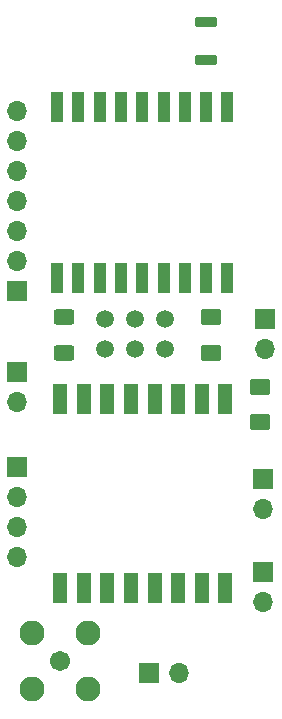
<source format=gbr>
%TF.GenerationSoftware,KiCad,Pcbnew,8.0.3-1.fc40*%
%TF.CreationDate,2024-06-24T14:15:41-04:00*%
%TF.ProjectId,OS42Micro,4f533432-4d69-4637-926f-2e6b69636164,rev?*%
%TF.SameCoordinates,Original*%
%TF.FileFunction,Soldermask,Top*%
%TF.FilePolarity,Negative*%
%FSLAX46Y46*%
G04 Gerber Fmt 4.6, Leading zero omitted, Abs format (unit mm)*
G04 Created by KiCad (PCBNEW 8.0.3-1.fc40) date 2024-06-24 14:15:41*
%MOMM*%
%LPD*%
G01*
G04 APERTURE LIST*
G04 Aperture macros list*
%AMRoundRect*
0 Rectangle with rounded corners*
0 $1 Rounding radius*
0 $2 $3 $4 $5 $6 $7 $8 $9 X,Y pos of 4 corners*
0 Add a 4 corners polygon primitive as box body*
4,1,4,$2,$3,$4,$5,$6,$7,$8,$9,$2,$3,0*
0 Add four circle primitives for the rounded corners*
1,1,$1+$1,$2,$3*
1,1,$1+$1,$4,$5*
1,1,$1+$1,$6,$7*
1,1,$1+$1,$8,$9*
0 Add four rect primitives between the rounded corners*
20,1,$1+$1,$2,$3,$4,$5,0*
20,1,$1+$1,$4,$5,$6,$7,0*
20,1,$1+$1,$6,$7,$8,$9,0*
20,1,$1+$1,$8,$9,$2,$3,0*%
G04 Aperture macros list end*
%ADD10R,1.700000X1.700000*%
%ADD11O,1.700000X1.700000*%
%ADD12R,1.200000X2.660000*%
%ADD13C,1.712000*%
%ADD14C,2.124000*%
%ADD15RoundRect,0.250001X0.624999X-0.462499X0.624999X0.462499X-0.624999X0.462499X-0.624999X-0.462499X0*%
%ADD16RoundRect,0.250000X-0.625000X0.400000X-0.625000X-0.400000X0.625000X-0.400000X0.625000X0.400000X0*%
%ADD17RoundRect,0.102000X0.800000X-0.300000X0.800000X0.300000X-0.800000X0.300000X-0.800000X-0.300000X0*%
%ADD18RoundRect,0.250001X-0.624999X0.462499X-0.624999X-0.462499X0.624999X-0.462499X0.624999X0.462499X0*%
%ADD19R,1.000000X2.600000*%
%ADD20C,1.512000*%
G04 APERTURE END LIST*
D10*
%TO.C,RST1*%
X134000000Y-125960000D03*
D11*
X134000000Y-128500000D03*
%TD*%
D10*
%TO.C,PO1*%
X154850000Y-142850000D03*
D11*
X154850000Y-145390000D03*
%TD*%
D10*
%TO.C,GF1*%
X155000000Y-121460000D03*
D11*
X155000000Y-124000000D03*
%TD*%
D12*
%TO.C,U2*%
X151647500Y-128240000D03*
X149647500Y-128240000D03*
X147647500Y-128240000D03*
X145647500Y-128240000D03*
X143647500Y-128240000D03*
X141647500Y-128240000D03*
X139647500Y-128240000D03*
X137647500Y-128240000D03*
X151647500Y-144240000D03*
X149647500Y-144240000D03*
X147647500Y-144240000D03*
X145647500Y-144240000D03*
X143647500Y-144240000D03*
X141647500Y-144240000D03*
X139647500Y-144240000D03*
X137647500Y-144240000D03*
%TD*%
D10*
%TO.C,PWR1*%
X145150000Y-151425000D03*
D11*
X147690000Y-151425000D03*
%TD*%
D10*
%TO.C,GPIO1*%
X133975000Y-119100000D03*
D11*
X133975000Y-116560000D03*
X133975000Y-114020000D03*
X133975000Y-111480000D03*
X133975000Y-108940000D03*
X133975000Y-106400000D03*
X133975000Y-103860000D03*
%TD*%
D13*
%TO.C,J5*%
X137637500Y-150400000D03*
D14*
X135237500Y-148000000D03*
X135237500Y-152800000D03*
X140037500Y-152800000D03*
X140037500Y-148000000D03*
%TD*%
D10*
%TO.C,PO2*%
X154850000Y-134950000D03*
D11*
X154850000Y-137490000D03*
%TD*%
D15*
%TO.C,D2*%
X150400000Y-124287500D03*
X150400000Y-121312500D03*
%TD*%
D16*
%TO.C,R5*%
X138000000Y-121250000D03*
X138000000Y-124350000D03*
%TD*%
D17*
%TO.C,E1*%
X150000000Y-99500000D03*
X150000000Y-96300000D03*
%TD*%
D18*
%TO.C,R3*%
X154550000Y-127162500D03*
X154550000Y-130137500D03*
%TD*%
D10*
%TO.C,UART1*%
X134000000Y-133960000D03*
D11*
X134000000Y-136500000D03*
X134000000Y-139040000D03*
X134000000Y-141580000D03*
%TD*%
D19*
%TO.C,U1*%
X137400000Y-118000000D03*
X139200000Y-118000000D03*
X141000000Y-118000000D03*
X142800000Y-118000000D03*
X144600000Y-118000000D03*
X146400000Y-118000000D03*
X148200000Y-118000000D03*
X150000000Y-118000000D03*
X151800000Y-118000000D03*
X151800000Y-103500000D03*
X150000000Y-103500000D03*
X148200000Y-103500000D03*
X146400000Y-103500000D03*
X144600000Y-103500000D03*
X142800000Y-103500000D03*
X141000000Y-103500000D03*
X139200000Y-103500000D03*
X137400000Y-103500000D03*
%TD*%
D20*
%TO.C,U5*%
X141420000Y-121460000D03*
X146500000Y-124000000D03*
X143960000Y-121460000D03*
X141420000Y-124000000D03*
X143960000Y-124000000D03*
X146500000Y-121460000D03*
%TD*%
M02*

</source>
